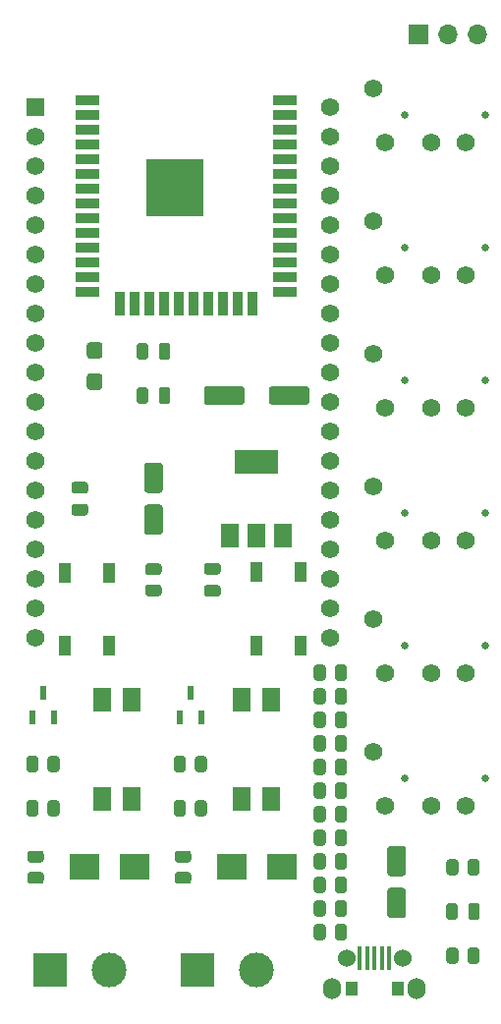
<source format=gbr>
%TF.GenerationSoftware,KiCad,Pcbnew,(5.1.10)-1*%
%TF.CreationDate,2021-10-16T09:54:26+02:00*%
%TF.ProjectId,Teleinfo,54656c65-696e-4666-9f2e-6b696361645f,rev?*%
%TF.SameCoordinates,Original*%
%TF.FileFunction,Soldermask,Top*%
%TF.FilePolarity,Negative*%
%FSLAX46Y46*%
G04 Gerber Fmt 4.6, Leading zero omitted, Abs format (unit mm)*
G04 Created by KiCad (PCBNEW (5.1.10)-1) date 2021-10-16 09:54:26*
%MOMM*%
%LPD*%
G01*
G04 APERTURE LIST*
%ADD10C,1.560000*%
%ADD11R,1.560000X1.560000*%
%ADD12R,0.600000X1.300000*%
%ADD13R,1.550000X2.100000*%
%ADD14C,0.650000*%
%ADD15C,1.524000*%
%ADD16O,1.524000X1.862000*%
%ADD17R,0.400000X2.000000*%
%ADD18R,1.100000X1.270000*%
%ADD19O,1.700000X1.700000*%
%ADD20R,1.700000X1.700000*%
%ADD21R,1.500000X2.000000*%
%ADD22R,3.800000X2.000000*%
%ADD23R,1.000000X1.700000*%
%ADD24R,2.500000X2.300000*%
%ADD25C,3.000000*%
%ADD26R,3.000000X3.000000*%
%ADD27R,2.000000X0.900000*%
%ADD28R,0.900000X2.000000*%
%ADD29R,5.000000X5.000000*%
G04 APERTURE END LIST*
D10*
%TO.C,U103*%
X82550000Y-107240000D03*
X82550000Y-104700000D03*
X82550000Y-102160000D03*
X82550000Y-99620000D03*
X82550000Y-97080000D03*
X82550000Y-94540000D03*
X82550000Y-92000000D03*
X82550000Y-89460000D03*
X82550000Y-86920000D03*
X82550000Y-84380000D03*
X82550000Y-81840000D03*
X82550000Y-79300000D03*
X82550000Y-76760000D03*
X82550000Y-74220000D03*
X82550000Y-71680000D03*
X82550000Y-69140000D03*
X82550000Y-66600000D03*
X82550000Y-64060000D03*
X82550000Y-61520000D03*
X57150000Y-104700000D03*
X57150000Y-102160000D03*
X57150000Y-99620000D03*
X57150000Y-97080000D03*
X57150000Y-94540000D03*
X57150000Y-92000000D03*
X57150000Y-89460000D03*
X57150000Y-86920000D03*
X57150000Y-84380000D03*
X57150000Y-81840000D03*
X57150000Y-79300000D03*
X57150000Y-76760000D03*
X57150000Y-74220000D03*
X57150000Y-71680000D03*
X57150000Y-69140000D03*
X57150000Y-66600000D03*
X57150000Y-107240000D03*
X57150000Y-64060000D03*
D11*
X57150000Y-61520000D03*
%TD*%
%TO.C,R314*%
G36*
G01*
X94380000Y-135070001D02*
X94380000Y-134169999D01*
G75*
G02*
X94629999Y-133920000I249999J0D01*
G01*
X95155001Y-133920000D01*
G75*
G02*
X95405000Y-134169999I0J-249999D01*
G01*
X95405000Y-135070001D01*
G75*
G02*
X95155001Y-135320000I-249999J0D01*
G01*
X94629999Y-135320000D01*
G75*
G02*
X94380000Y-135070001I0J249999D01*
G01*
G37*
G36*
G01*
X92555000Y-135070001D02*
X92555000Y-134169999D01*
G75*
G02*
X92804999Y-133920000I249999J0D01*
G01*
X93330001Y-133920000D01*
G75*
G02*
X93580000Y-134169999I0J-249999D01*
G01*
X93580000Y-135070001D01*
G75*
G02*
X93330001Y-135320000I-249999J0D01*
G01*
X92804999Y-135320000D01*
G75*
G02*
X92555000Y-135070001I0J249999D01*
G01*
G37*
%TD*%
%TO.C,R313*%
G36*
G01*
X93580000Y-126549999D02*
X93580000Y-127450001D01*
G75*
G02*
X93330001Y-127700000I-249999J0D01*
G01*
X92804999Y-127700000D01*
G75*
G02*
X92555000Y-127450001I0J249999D01*
G01*
X92555000Y-126549999D01*
G75*
G02*
X92804999Y-126300000I249999J0D01*
G01*
X93330001Y-126300000D01*
G75*
G02*
X93580000Y-126549999I0J-249999D01*
G01*
G37*
G36*
G01*
X95405000Y-126549999D02*
X95405000Y-127450001D01*
G75*
G02*
X95155001Y-127700000I-249999J0D01*
G01*
X94629999Y-127700000D01*
G75*
G02*
X94380000Y-127450001I0J249999D01*
G01*
X94380000Y-126549999D01*
G75*
G02*
X94629999Y-126300000I249999J0D01*
G01*
X95155001Y-126300000D01*
G75*
G02*
X95405000Y-126549999I0J-249999D01*
G01*
G37*
%TD*%
%TO.C,R310*%
G36*
G01*
X82150000Y-128073999D02*
X82150000Y-128974001D01*
G75*
G02*
X81900001Y-129224000I-249999J0D01*
G01*
X81374999Y-129224000D01*
G75*
G02*
X81125000Y-128974001I0J249999D01*
G01*
X81125000Y-128073999D01*
G75*
G02*
X81374999Y-127824000I249999J0D01*
G01*
X81900001Y-127824000D01*
G75*
G02*
X82150000Y-128073999I0J-249999D01*
G01*
G37*
G36*
G01*
X83975000Y-128073999D02*
X83975000Y-128974001D01*
G75*
G02*
X83725001Y-129224000I-249999J0D01*
G01*
X83199999Y-129224000D01*
G75*
G02*
X82950000Y-128974001I0J249999D01*
G01*
X82950000Y-128073999D01*
G75*
G02*
X83199999Y-127824000I249999J0D01*
G01*
X83725001Y-127824000D01*
G75*
G02*
X83975000Y-128073999I0J-249999D01*
G01*
G37*
%TD*%
%TO.C,R309*%
G36*
G01*
X82150000Y-126041999D02*
X82150000Y-126942001D01*
G75*
G02*
X81900001Y-127192000I-249999J0D01*
G01*
X81374999Y-127192000D01*
G75*
G02*
X81125000Y-126942001I0J249999D01*
G01*
X81125000Y-126041999D01*
G75*
G02*
X81374999Y-125792000I249999J0D01*
G01*
X81900001Y-125792000D01*
G75*
G02*
X82150000Y-126041999I0J-249999D01*
G01*
G37*
G36*
G01*
X83975000Y-126041999D02*
X83975000Y-126942001D01*
G75*
G02*
X83725001Y-127192000I-249999J0D01*
G01*
X83199999Y-127192000D01*
G75*
G02*
X82950000Y-126942001I0J249999D01*
G01*
X82950000Y-126041999D01*
G75*
G02*
X83199999Y-125792000I249999J0D01*
G01*
X83725001Y-125792000D01*
G75*
G02*
X83975000Y-126041999I0J-249999D01*
G01*
G37*
%TD*%
%TO.C,R308*%
G36*
G01*
X82150000Y-124009999D02*
X82150000Y-124910001D01*
G75*
G02*
X81900001Y-125160000I-249999J0D01*
G01*
X81374999Y-125160000D01*
G75*
G02*
X81125000Y-124910001I0J249999D01*
G01*
X81125000Y-124009999D01*
G75*
G02*
X81374999Y-123760000I249999J0D01*
G01*
X81900001Y-123760000D01*
G75*
G02*
X82150000Y-124009999I0J-249999D01*
G01*
G37*
G36*
G01*
X83975000Y-124009999D02*
X83975000Y-124910001D01*
G75*
G02*
X83725001Y-125160000I-249999J0D01*
G01*
X83199999Y-125160000D01*
G75*
G02*
X82950000Y-124910001I0J249999D01*
G01*
X82950000Y-124009999D01*
G75*
G02*
X83199999Y-123760000I249999J0D01*
G01*
X83725001Y-123760000D01*
G75*
G02*
X83975000Y-124009999I0J-249999D01*
G01*
G37*
%TD*%
%TO.C,R307*%
G36*
G01*
X82150000Y-121977999D02*
X82150000Y-122878001D01*
G75*
G02*
X81900001Y-123128000I-249999J0D01*
G01*
X81374999Y-123128000D01*
G75*
G02*
X81125000Y-122878001I0J249999D01*
G01*
X81125000Y-121977999D01*
G75*
G02*
X81374999Y-121728000I249999J0D01*
G01*
X81900001Y-121728000D01*
G75*
G02*
X82150000Y-121977999I0J-249999D01*
G01*
G37*
G36*
G01*
X83975000Y-121977999D02*
X83975000Y-122878001D01*
G75*
G02*
X83725001Y-123128000I-249999J0D01*
G01*
X83199999Y-123128000D01*
G75*
G02*
X82950000Y-122878001I0J249999D01*
G01*
X82950000Y-121977999D01*
G75*
G02*
X83199999Y-121728000I249999J0D01*
G01*
X83725001Y-121728000D01*
G75*
G02*
X83975000Y-121977999I0J-249999D01*
G01*
G37*
%TD*%
D12*
%TO.C,Q202*%
X70485000Y-111980000D03*
X71435000Y-114080000D03*
X69535000Y-114080000D03*
%TD*%
%TO.C,Q201*%
X57785000Y-111980000D03*
X58735000Y-114080000D03*
X56835000Y-114080000D03*
%TD*%
D13*
%TO.C,IC202*%
X74930000Y-112540000D03*
X77470000Y-112540000D03*
X77470000Y-121140000D03*
X74930000Y-121140000D03*
%TD*%
%TO.C,IC201*%
X62865000Y-112540000D03*
X65405000Y-112540000D03*
X65405000Y-121140000D03*
X62865000Y-121140000D03*
%TD*%
D10*
%TO.C,J301*%
X94240000Y-64530000D03*
X91240000Y-64530000D03*
X87240000Y-64530000D03*
X86240000Y-59930000D03*
D14*
X95940000Y-62230000D03*
X88940000Y-62230000D03*
%TD*%
D10*
%TO.C,J306*%
X94240000Y-121680000D03*
X91240000Y-121680000D03*
X87240000Y-121680000D03*
X86240000Y-117080000D03*
D14*
X95940000Y-119380000D03*
X88940000Y-119380000D03*
%TD*%
D10*
%TO.C,J305*%
X94240000Y-110250000D03*
X91240000Y-110250000D03*
X87240000Y-110250000D03*
X86240000Y-105650000D03*
D14*
X95940000Y-107950000D03*
X88940000Y-107950000D03*
%TD*%
D10*
%TO.C,J304*%
X94240000Y-98820000D03*
X91240000Y-98820000D03*
X87240000Y-98820000D03*
X86240000Y-94220000D03*
D14*
X95940000Y-96520000D03*
X88940000Y-96520000D03*
%TD*%
D10*
%TO.C,J303*%
X94240000Y-87390000D03*
X91240000Y-87390000D03*
X87240000Y-87390000D03*
X86240000Y-82790000D03*
D14*
X95940000Y-85090000D03*
X88940000Y-85090000D03*
%TD*%
D10*
%TO.C,J302*%
X94240000Y-75960000D03*
X91240000Y-75960000D03*
X87240000Y-75960000D03*
X86240000Y-71360000D03*
D14*
X95940000Y-73660000D03*
X88940000Y-73660000D03*
%TD*%
%TO.C,C302*%
G36*
G01*
X87715000Y-128770000D02*
X88815000Y-128770000D01*
G75*
G02*
X89065000Y-129020000I0J-250000D01*
G01*
X89065000Y-131120000D01*
G75*
G02*
X88815000Y-131370000I-250000J0D01*
G01*
X87715000Y-131370000D01*
G75*
G02*
X87465000Y-131120000I0J250000D01*
G01*
X87465000Y-129020000D01*
G75*
G02*
X87715000Y-128770000I250000J0D01*
G01*
G37*
G36*
G01*
X87715000Y-125170000D02*
X88815000Y-125170000D01*
G75*
G02*
X89065000Y-125420000I0J-250000D01*
G01*
X89065000Y-127520000D01*
G75*
G02*
X88815000Y-127770000I-250000J0D01*
G01*
X87715000Y-127770000D01*
G75*
G02*
X87465000Y-127520000I0J250000D01*
G01*
X87465000Y-125420000D01*
G75*
G02*
X87715000Y-125170000I250000J0D01*
G01*
G37*
%TD*%
%TO.C,C103*%
G36*
G01*
X61804999Y-84470000D02*
X62655001Y-84470000D01*
G75*
G02*
X62905000Y-84719999I0J-249999D01*
G01*
X62905000Y-85620001D01*
G75*
G02*
X62655001Y-85870000I-249999J0D01*
G01*
X61804999Y-85870000D01*
G75*
G02*
X61555000Y-85620001I0J249999D01*
G01*
X61555000Y-84719999D01*
G75*
G02*
X61804999Y-84470000I249999J0D01*
G01*
G37*
G36*
G01*
X61804999Y-81770000D02*
X62655001Y-81770000D01*
G75*
G02*
X62905000Y-82019999I0J-249999D01*
G01*
X62905000Y-82920001D01*
G75*
G02*
X62655001Y-83170000I-249999J0D01*
G01*
X61804999Y-83170000D01*
G75*
G02*
X61555000Y-82920001I0J249999D01*
G01*
X61555000Y-82019999D01*
G75*
G02*
X61804999Y-81770000I249999J0D01*
G01*
G37*
%TD*%
%TO.C,R312*%
G36*
G01*
X82150000Y-132137998D02*
X82150000Y-133038002D01*
G75*
G02*
X81900002Y-133288000I-249998J0D01*
G01*
X81374998Y-133288000D01*
G75*
G02*
X81125000Y-133038002I0J249998D01*
G01*
X81125000Y-132137998D01*
G75*
G02*
X81374998Y-131888000I249998J0D01*
G01*
X81900002Y-131888000D01*
G75*
G02*
X82150000Y-132137998I0J-249998D01*
G01*
G37*
G36*
G01*
X83975000Y-132137998D02*
X83975000Y-133038002D01*
G75*
G02*
X83725002Y-133288000I-249998J0D01*
G01*
X83199998Y-133288000D01*
G75*
G02*
X82950000Y-133038002I0J249998D01*
G01*
X82950000Y-132137998D01*
G75*
G02*
X83199998Y-131888000I249998J0D01*
G01*
X83725002Y-131888000D01*
G75*
G02*
X83975000Y-132137998I0J-249998D01*
G01*
G37*
%TD*%
%TO.C,R311*%
G36*
G01*
X82150000Y-130105998D02*
X82150000Y-131006002D01*
G75*
G02*
X81900002Y-131256000I-249998J0D01*
G01*
X81374998Y-131256000D01*
G75*
G02*
X81125000Y-131006002I0J249998D01*
G01*
X81125000Y-130105998D01*
G75*
G02*
X81374998Y-129856000I249998J0D01*
G01*
X81900002Y-129856000D01*
G75*
G02*
X82150000Y-130105998I0J-249998D01*
G01*
G37*
G36*
G01*
X83975000Y-130105998D02*
X83975000Y-131006002D01*
G75*
G02*
X83725002Y-131256000I-249998J0D01*
G01*
X83199998Y-131256000D01*
G75*
G02*
X82950000Y-131006002I0J249998D01*
G01*
X82950000Y-130105998D01*
G75*
G02*
X83199998Y-129856000I249998J0D01*
G01*
X83725002Y-129856000D01*
G75*
G02*
X83975000Y-130105998I0J-249998D01*
G01*
G37*
%TD*%
%TO.C,R306*%
G36*
G01*
X82150000Y-119945998D02*
X82150000Y-120846002D01*
G75*
G02*
X81900002Y-121096000I-249998J0D01*
G01*
X81374998Y-121096000D01*
G75*
G02*
X81125000Y-120846002I0J249998D01*
G01*
X81125000Y-119945998D01*
G75*
G02*
X81374998Y-119696000I249998J0D01*
G01*
X81900002Y-119696000D01*
G75*
G02*
X82150000Y-119945998I0J-249998D01*
G01*
G37*
G36*
G01*
X83975000Y-119945998D02*
X83975000Y-120846002D01*
G75*
G02*
X83725002Y-121096000I-249998J0D01*
G01*
X83199998Y-121096000D01*
G75*
G02*
X82950000Y-120846002I0J249998D01*
G01*
X82950000Y-119945998D01*
G75*
G02*
X83199998Y-119696000I249998J0D01*
G01*
X83725002Y-119696000D01*
G75*
G02*
X83975000Y-119945998I0J-249998D01*
G01*
G37*
%TD*%
%TO.C,R305*%
G36*
G01*
X82150000Y-117913998D02*
X82150000Y-118814002D01*
G75*
G02*
X81900002Y-119064000I-249998J0D01*
G01*
X81374998Y-119064000D01*
G75*
G02*
X81125000Y-118814002I0J249998D01*
G01*
X81125000Y-117913998D01*
G75*
G02*
X81374998Y-117664000I249998J0D01*
G01*
X81900002Y-117664000D01*
G75*
G02*
X82150000Y-117913998I0J-249998D01*
G01*
G37*
G36*
G01*
X83975000Y-117913998D02*
X83975000Y-118814002D01*
G75*
G02*
X83725002Y-119064000I-249998J0D01*
G01*
X83199998Y-119064000D01*
G75*
G02*
X82950000Y-118814002I0J249998D01*
G01*
X82950000Y-117913998D01*
G75*
G02*
X83199998Y-117664000I249998J0D01*
G01*
X83725002Y-117664000D01*
G75*
G02*
X83975000Y-117913998I0J-249998D01*
G01*
G37*
%TD*%
%TO.C,R304*%
G36*
G01*
X82150000Y-115881998D02*
X82150000Y-116782002D01*
G75*
G02*
X81900002Y-117032000I-249998J0D01*
G01*
X81374998Y-117032000D01*
G75*
G02*
X81125000Y-116782002I0J249998D01*
G01*
X81125000Y-115881998D01*
G75*
G02*
X81374998Y-115632000I249998J0D01*
G01*
X81900002Y-115632000D01*
G75*
G02*
X82150000Y-115881998I0J-249998D01*
G01*
G37*
G36*
G01*
X83975000Y-115881998D02*
X83975000Y-116782002D01*
G75*
G02*
X83725002Y-117032000I-249998J0D01*
G01*
X83199998Y-117032000D01*
G75*
G02*
X82950000Y-116782002I0J249998D01*
G01*
X82950000Y-115881998D01*
G75*
G02*
X83199998Y-115632000I249998J0D01*
G01*
X83725002Y-115632000D01*
G75*
G02*
X83975000Y-115881998I0J-249998D01*
G01*
G37*
%TD*%
%TO.C,R303*%
G36*
G01*
X82150000Y-113849998D02*
X82150000Y-114750002D01*
G75*
G02*
X81900002Y-115000000I-249998J0D01*
G01*
X81374998Y-115000000D01*
G75*
G02*
X81125000Y-114750002I0J249998D01*
G01*
X81125000Y-113849998D01*
G75*
G02*
X81374998Y-113600000I249998J0D01*
G01*
X81900002Y-113600000D01*
G75*
G02*
X82150000Y-113849998I0J-249998D01*
G01*
G37*
G36*
G01*
X83975000Y-113849998D02*
X83975000Y-114750002D01*
G75*
G02*
X83725002Y-115000000I-249998J0D01*
G01*
X83199998Y-115000000D01*
G75*
G02*
X82950000Y-114750002I0J249998D01*
G01*
X82950000Y-113849998D01*
G75*
G02*
X83199998Y-113600000I249998J0D01*
G01*
X83725002Y-113600000D01*
G75*
G02*
X83975000Y-113849998I0J-249998D01*
G01*
G37*
%TD*%
%TO.C,R302*%
G36*
G01*
X82150000Y-111817998D02*
X82150000Y-112718002D01*
G75*
G02*
X81900002Y-112968000I-249998J0D01*
G01*
X81374998Y-112968000D01*
G75*
G02*
X81125000Y-112718002I0J249998D01*
G01*
X81125000Y-111817998D01*
G75*
G02*
X81374998Y-111568000I249998J0D01*
G01*
X81900002Y-111568000D01*
G75*
G02*
X82150000Y-111817998I0J-249998D01*
G01*
G37*
G36*
G01*
X83975000Y-111817998D02*
X83975000Y-112718002D01*
G75*
G02*
X83725002Y-112968000I-249998J0D01*
G01*
X83199998Y-112968000D01*
G75*
G02*
X82950000Y-112718002I0J249998D01*
G01*
X82950000Y-111817998D01*
G75*
G02*
X83199998Y-111568000I249998J0D01*
G01*
X83725002Y-111568000D01*
G75*
G02*
X83975000Y-111817998I0J-249998D01*
G01*
G37*
%TD*%
%TO.C,C107*%
G36*
G01*
X77250000Y-86910000D02*
X77250000Y-85810000D01*
G75*
G02*
X77500000Y-85560000I250000J0D01*
G01*
X80500000Y-85560000D01*
G75*
G02*
X80750000Y-85810000I0J-250000D01*
G01*
X80750000Y-86910000D01*
G75*
G02*
X80500000Y-87160000I-250000J0D01*
G01*
X77500000Y-87160000D01*
G75*
G02*
X77250000Y-86910000I0J250000D01*
G01*
G37*
G36*
G01*
X71650000Y-86910000D02*
X71650000Y-85810000D01*
G75*
G02*
X71900000Y-85560000I250000J0D01*
G01*
X74900000Y-85560000D01*
G75*
G02*
X75150000Y-85810000I0J-250000D01*
G01*
X75150000Y-86910000D01*
G75*
G02*
X74900000Y-87160000I-250000J0D01*
G01*
X71900000Y-87160000D01*
G75*
G02*
X71650000Y-86910000I0J250000D01*
G01*
G37*
%TD*%
D15*
%TO.C,J101*%
X88785000Y-134823000D03*
X83935000Y-134823000D03*
D16*
X89985000Y-137473000D03*
X82735000Y-137473000D03*
D17*
X87630000Y-134823000D03*
X86995000Y-134823000D03*
X86360000Y-134823000D03*
X85725000Y-134823000D03*
X85090000Y-134823000D03*
D18*
X88360000Y-137473000D03*
X84360000Y-137473000D03*
%TD*%
D19*
%TO.C,J102*%
X95250000Y-55245000D03*
X92710000Y-55245000D03*
D20*
X90170000Y-55245000D03*
%TD*%
%TO.C,C104*%
G36*
G01*
X67860000Y-94750000D02*
X66760000Y-94750000D01*
G75*
G02*
X66510000Y-94500000I0J250000D01*
G01*
X66510000Y-92400000D01*
G75*
G02*
X66760000Y-92150000I250000J0D01*
G01*
X67860000Y-92150000D01*
G75*
G02*
X68110000Y-92400000I0J-250000D01*
G01*
X68110000Y-94500000D01*
G75*
G02*
X67860000Y-94750000I-250000J0D01*
G01*
G37*
G36*
G01*
X67860000Y-98350000D02*
X66760000Y-98350000D01*
G75*
G02*
X66510000Y-98100000I0J250000D01*
G01*
X66510000Y-96000000D01*
G75*
G02*
X66760000Y-95750000I250000J0D01*
G01*
X67860000Y-95750000D01*
G75*
G02*
X68110000Y-96000000I0J-250000D01*
G01*
X68110000Y-98100000D01*
G75*
G02*
X67860000Y-98350000I-250000J0D01*
G01*
G37*
%TD*%
%TO.C,R101*%
G36*
G01*
X67760002Y-101835000D02*
X66859998Y-101835000D01*
G75*
G02*
X66610000Y-101585002I0J249998D01*
G01*
X66610000Y-101059998D01*
G75*
G02*
X66859998Y-100810000I249998J0D01*
G01*
X67760002Y-100810000D01*
G75*
G02*
X68010000Y-101059998I0J-249998D01*
G01*
X68010000Y-101585002D01*
G75*
G02*
X67760002Y-101835000I-249998J0D01*
G01*
G37*
G36*
G01*
X67760002Y-103660000D02*
X66859998Y-103660000D01*
G75*
G02*
X66610000Y-103410002I0J249998D01*
G01*
X66610000Y-102884998D01*
G75*
G02*
X66859998Y-102635000I249998J0D01*
G01*
X67760002Y-102635000D01*
G75*
G02*
X68010000Y-102884998I0J-249998D01*
G01*
X68010000Y-103410002D01*
G75*
G02*
X67760002Y-103660000I-249998J0D01*
G01*
G37*
%TD*%
%TO.C,C106*%
G36*
G01*
X67760000Y-86835000D02*
X67760000Y-85885000D01*
G75*
G02*
X68010000Y-85635000I250000J0D01*
G01*
X68510000Y-85635000D01*
G75*
G02*
X68760000Y-85885000I0J-250000D01*
G01*
X68760000Y-86835000D01*
G75*
G02*
X68510000Y-87085000I-250000J0D01*
G01*
X68010000Y-87085000D01*
G75*
G02*
X67760000Y-86835000I0J250000D01*
G01*
G37*
G36*
G01*
X65860000Y-86835000D02*
X65860000Y-85885000D01*
G75*
G02*
X66110000Y-85635000I250000J0D01*
G01*
X66610000Y-85635000D01*
G75*
G02*
X66860000Y-85885000I0J-250000D01*
G01*
X66860000Y-86835000D01*
G75*
G02*
X66610000Y-87085000I-250000J0D01*
G01*
X66110000Y-87085000D01*
G75*
G02*
X65860000Y-86835000I0J250000D01*
G01*
G37*
%TD*%
%TO.C,C105*%
G36*
G01*
X61435000Y-94800000D02*
X60485000Y-94800000D01*
G75*
G02*
X60235000Y-94550000I0J250000D01*
G01*
X60235000Y-94050000D01*
G75*
G02*
X60485000Y-93800000I250000J0D01*
G01*
X61435000Y-93800000D01*
G75*
G02*
X61685000Y-94050000I0J-250000D01*
G01*
X61685000Y-94550000D01*
G75*
G02*
X61435000Y-94800000I-250000J0D01*
G01*
G37*
G36*
G01*
X61435000Y-96700000D02*
X60485000Y-96700000D01*
G75*
G02*
X60235000Y-96450000I0J250000D01*
G01*
X60235000Y-95950000D01*
G75*
G02*
X60485000Y-95700000I250000J0D01*
G01*
X61435000Y-95700000D01*
G75*
G02*
X61685000Y-95950000I0J-250000D01*
G01*
X61685000Y-96450000D01*
G75*
G02*
X61435000Y-96700000I-250000J0D01*
G01*
G37*
%TD*%
%TO.C,C101*%
G36*
G01*
X72865000Y-101785000D02*
X71915000Y-101785000D01*
G75*
G02*
X71665000Y-101535000I0J250000D01*
G01*
X71665000Y-101035000D01*
G75*
G02*
X71915000Y-100785000I250000J0D01*
G01*
X72865000Y-100785000D01*
G75*
G02*
X73115000Y-101035000I0J-250000D01*
G01*
X73115000Y-101535000D01*
G75*
G02*
X72865000Y-101785000I-250000J0D01*
G01*
G37*
G36*
G01*
X72865000Y-103685000D02*
X71915000Y-103685000D01*
G75*
G02*
X71665000Y-103435000I0J250000D01*
G01*
X71665000Y-102935000D01*
G75*
G02*
X71915000Y-102685000I250000J0D01*
G01*
X72865000Y-102685000D01*
G75*
G02*
X73115000Y-102935000I0J-250000D01*
G01*
X73115000Y-103435000D01*
G75*
G02*
X72865000Y-103685000I-250000J0D01*
G01*
G37*
%TD*%
%TO.C,C102*%
G36*
G01*
X67760000Y-83025000D02*
X67760000Y-82075000D01*
G75*
G02*
X68010000Y-81825000I250000J0D01*
G01*
X68510000Y-81825000D01*
G75*
G02*
X68760000Y-82075000I0J-250000D01*
G01*
X68760000Y-83025000D01*
G75*
G02*
X68510000Y-83275000I-250000J0D01*
G01*
X68010000Y-83275000D01*
G75*
G02*
X67760000Y-83025000I0J250000D01*
G01*
G37*
G36*
G01*
X65860000Y-83025000D02*
X65860000Y-82075000D01*
G75*
G02*
X66110000Y-81825000I250000J0D01*
G01*
X66610000Y-81825000D01*
G75*
G02*
X66860000Y-82075000I0J-250000D01*
G01*
X66860000Y-83025000D01*
G75*
G02*
X66610000Y-83275000I-250000J0D01*
G01*
X66110000Y-83275000D01*
G75*
G02*
X65860000Y-83025000I0J250000D01*
G01*
G37*
%TD*%
D21*
%TO.C,U102*%
X73900000Y-98400000D03*
X78500000Y-98400000D03*
X76200000Y-98400000D03*
D22*
X76200000Y-92100000D03*
%TD*%
D23*
%TO.C,SW101*%
X63490000Y-101650000D03*
X63490000Y-107950000D03*
X59690000Y-101650000D03*
X59690000Y-107950000D03*
%TD*%
%TO.C,SW102*%
X80010000Y-101600000D03*
X80010000Y-107900000D03*
X76210000Y-101600000D03*
X76210000Y-107900000D03*
%TD*%
%TO.C,R301*%
G36*
G01*
X82150000Y-109785998D02*
X82150000Y-110686002D01*
G75*
G02*
X81900002Y-110936000I-249998J0D01*
G01*
X81374998Y-110936000D01*
G75*
G02*
X81125000Y-110686002I0J249998D01*
G01*
X81125000Y-109785998D01*
G75*
G02*
X81374998Y-109536000I249998J0D01*
G01*
X81900002Y-109536000D01*
G75*
G02*
X82150000Y-109785998I0J-249998D01*
G01*
G37*
G36*
G01*
X83975000Y-109785998D02*
X83975000Y-110686002D01*
G75*
G02*
X83725002Y-110936000I-249998J0D01*
G01*
X83199998Y-110936000D01*
G75*
G02*
X82950000Y-110686002I0J249998D01*
G01*
X82950000Y-109785998D01*
G75*
G02*
X83199998Y-109536000I249998J0D01*
G01*
X83725002Y-109536000D01*
G75*
G02*
X83975000Y-109785998I0J-249998D01*
G01*
G37*
%TD*%
%TO.C,C301*%
G36*
G01*
X94430000Y-131285000D02*
X94430000Y-130335000D01*
G75*
G02*
X94680000Y-130085000I250000J0D01*
G01*
X95180000Y-130085000D01*
G75*
G02*
X95430000Y-130335000I0J-250000D01*
G01*
X95430000Y-131285000D01*
G75*
G02*
X95180000Y-131535000I-250000J0D01*
G01*
X94680000Y-131535000D01*
G75*
G02*
X94430000Y-131285000I0J250000D01*
G01*
G37*
G36*
G01*
X92530000Y-131285000D02*
X92530000Y-130335000D01*
G75*
G02*
X92780000Y-130085000I250000J0D01*
G01*
X93280000Y-130085000D01*
G75*
G02*
X93530000Y-130335000I0J-250000D01*
G01*
X93530000Y-131285000D01*
G75*
G02*
X93280000Y-131535000I-250000J0D01*
G01*
X92780000Y-131535000D01*
G75*
G02*
X92530000Y-131285000I0J250000D01*
G01*
G37*
%TD*%
D24*
%TO.C,D202*%
X78350000Y-127000000D03*
X74050000Y-127000000D03*
%TD*%
%TO.C,D201*%
X65650000Y-127000000D03*
X61350000Y-127000000D03*
%TD*%
%TO.C,R204*%
G36*
G01*
X70085000Y-117659998D02*
X70085000Y-118560002D01*
G75*
G02*
X69835002Y-118810000I-249998J0D01*
G01*
X69309998Y-118810000D01*
G75*
G02*
X69060000Y-118560002I0J249998D01*
G01*
X69060000Y-117659998D01*
G75*
G02*
X69309998Y-117410000I249998J0D01*
G01*
X69835002Y-117410000D01*
G75*
G02*
X70085000Y-117659998I0J-249998D01*
G01*
G37*
G36*
G01*
X71910000Y-117659998D02*
X71910000Y-118560002D01*
G75*
G02*
X71660002Y-118810000I-249998J0D01*
G01*
X71134998Y-118810000D01*
G75*
G02*
X70885000Y-118560002I0J249998D01*
G01*
X70885000Y-117659998D01*
G75*
G02*
X71134998Y-117410000I249998J0D01*
G01*
X71660002Y-117410000D01*
G75*
G02*
X71910000Y-117659998I0J-249998D01*
G01*
G37*
%TD*%
%TO.C,R206*%
G36*
G01*
X70885000Y-122370002D02*
X70885000Y-121469998D01*
G75*
G02*
X71134998Y-121220000I249998J0D01*
G01*
X71660002Y-121220000D01*
G75*
G02*
X71910000Y-121469998I0J-249998D01*
G01*
X71910000Y-122370002D01*
G75*
G02*
X71660002Y-122620000I-249998J0D01*
G01*
X71134998Y-122620000D01*
G75*
G02*
X70885000Y-122370002I0J249998D01*
G01*
G37*
G36*
G01*
X69060000Y-122370002D02*
X69060000Y-121469998D01*
G75*
G02*
X69309998Y-121220000I249998J0D01*
G01*
X69835002Y-121220000D01*
G75*
G02*
X70085000Y-121469998I0J-249998D01*
G01*
X70085000Y-122370002D01*
G75*
G02*
X69835002Y-122620000I-249998J0D01*
G01*
X69309998Y-122620000D01*
G75*
G02*
X69060000Y-122370002I0J249998D01*
G01*
G37*
%TD*%
%TO.C,R205*%
G36*
G01*
X70300002Y-128425000D02*
X69399998Y-128425000D01*
G75*
G02*
X69150000Y-128175002I0J249998D01*
G01*
X69150000Y-127649998D01*
G75*
G02*
X69399998Y-127400000I249998J0D01*
G01*
X70300002Y-127400000D01*
G75*
G02*
X70550000Y-127649998I0J-249998D01*
G01*
X70550000Y-128175002D01*
G75*
G02*
X70300002Y-128425000I-249998J0D01*
G01*
G37*
G36*
G01*
X70300002Y-126600000D02*
X69399998Y-126600000D01*
G75*
G02*
X69150000Y-126350002I0J249998D01*
G01*
X69150000Y-125824998D01*
G75*
G02*
X69399998Y-125575000I249998J0D01*
G01*
X70300002Y-125575000D01*
G75*
G02*
X70550000Y-125824998I0J-249998D01*
G01*
X70550000Y-126350002D01*
G75*
G02*
X70300002Y-126600000I-249998J0D01*
G01*
G37*
%TD*%
%TO.C,R201*%
G36*
G01*
X57385000Y-117659998D02*
X57385000Y-118560002D01*
G75*
G02*
X57135002Y-118810000I-249998J0D01*
G01*
X56609998Y-118810000D01*
G75*
G02*
X56360000Y-118560002I0J249998D01*
G01*
X56360000Y-117659998D01*
G75*
G02*
X56609998Y-117410000I249998J0D01*
G01*
X57135002Y-117410000D01*
G75*
G02*
X57385000Y-117659998I0J-249998D01*
G01*
G37*
G36*
G01*
X59210000Y-117659998D02*
X59210000Y-118560002D01*
G75*
G02*
X58960002Y-118810000I-249998J0D01*
G01*
X58434998Y-118810000D01*
G75*
G02*
X58185000Y-118560002I0J249998D01*
G01*
X58185000Y-117659998D01*
G75*
G02*
X58434998Y-117410000I249998J0D01*
G01*
X58960002Y-117410000D01*
G75*
G02*
X59210000Y-117659998I0J-249998D01*
G01*
G37*
%TD*%
%TO.C,R203*%
G36*
G01*
X58185000Y-122370002D02*
X58185000Y-121469998D01*
G75*
G02*
X58434998Y-121220000I249998J0D01*
G01*
X58960002Y-121220000D01*
G75*
G02*
X59210000Y-121469998I0J-249998D01*
G01*
X59210000Y-122370002D01*
G75*
G02*
X58960002Y-122620000I-249998J0D01*
G01*
X58434998Y-122620000D01*
G75*
G02*
X58185000Y-122370002I0J249998D01*
G01*
G37*
G36*
G01*
X56360000Y-122370002D02*
X56360000Y-121469998D01*
G75*
G02*
X56609998Y-121220000I249998J0D01*
G01*
X57135002Y-121220000D01*
G75*
G02*
X57385000Y-121469998I0J-249998D01*
G01*
X57385000Y-122370002D01*
G75*
G02*
X57135002Y-122620000I-249998J0D01*
G01*
X56609998Y-122620000D01*
G75*
G02*
X56360000Y-122370002I0J249998D01*
G01*
G37*
%TD*%
%TO.C,R202*%
G36*
G01*
X57600002Y-126600000D02*
X56699998Y-126600000D01*
G75*
G02*
X56450000Y-126350002I0J249998D01*
G01*
X56450000Y-125824998D01*
G75*
G02*
X56699998Y-125575000I249998J0D01*
G01*
X57600002Y-125575000D01*
G75*
G02*
X57850000Y-125824998I0J-249998D01*
G01*
X57850000Y-126350002D01*
G75*
G02*
X57600002Y-126600000I-249998J0D01*
G01*
G37*
G36*
G01*
X57600002Y-128425000D02*
X56699998Y-128425000D01*
G75*
G02*
X56450000Y-128175002I0J249998D01*
G01*
X56450000Y-127649998D01*
G75*
G02*
X56699998Y-127400000I249998J0D01*
G01*
X57600002Y-127400000D01*
G75*
G02*
X57850000Y-127649998I0J-249998D01*
G01*
X57850000Y-128175002D01*
G75*
G02*
X57600002Y-128425000I-249998J0D01*
G01*
G37*
%TD*%
D25*
%TO.C,J202*%
X76200000Y-135890000D03*
D26*
X71120000Y-135890000D03*
%TD*%
D25*
%TO.C,J201*%
X63500000Y-135890000D03*
D26*
X58420000Y-135890000D03*
%TD*%
D27*
%TO.C,U101*%
X78655000Y-60960000D03*
X78655000Y-62230000D03*
X78655000Y-63500000D03*
X78655000Y-64770000D03*
X78655000Y-66040000D03*
X78655000Y-67310000D03*
X78655000Y-68580000D03*
X78655000Y-69850000D03*
X78655000Y-71120000D03*
X78655000Y-72390000D03*
X78655000Y-73660000D03*
X78655000Y-74930000D03*
X78655000Y-76200000D03*
X78655000Y-77470000D03*
D28*
X75870000Y-78470000D03*
X74600000Y-78470000D03*
X73330000Y-78470000D03*
X72060000Y-78470000D03*
X70790000Y-78470000D03*
X69520000Y-78470000D03*
X68250000Y-78470000D03*
X66980000Y-78470000D03*
X65710000Y-78470000D03*
X64440000Y-78470000D03*
D27*
X61655000Y-77470000D03*
X61655000Y-76200000D03*
X61655000Y-74930000D03*
X61655000Y-73660000D03*
X61655000Y-72390000D03*
X61655000Y-71120000D03*
X61655000Y-69850000D03*
X61655000Y-68580000D03*
X61655000Y-67310000D03*
X61655000Y-66040000D03*
X61655000Y-64770000D03*
X61655000Y-63500000D03*
X61655000Y-62230000D03*
X61655000Y-60960000D03*
D29*
X69155000Y-68460000D03*
%TD*%
M02*

</source>
